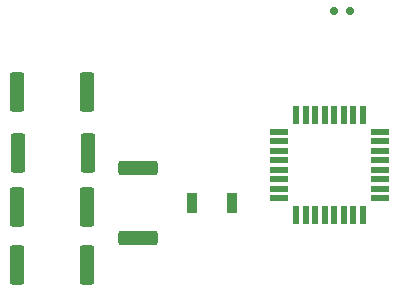
<source format=gbr>
%TF.GenerationSoftware,KiCad,Pcbnew,9.0.0*%
%TF.CreationDate,2025-03-27T13:05:49+05:30*%
%TF.ProjectId,incubator,696e6375-6261-4746-9f72-2e6b69636164,rev?*%
%TF.SameCoordinates,Original*%
%TF.FileFunction,Paste,Top*%
%TF.FilePolarity,Positive*%
%FSLAX46Y46*%
G04 Gerber Fmt 4.6, Leading zero omitted, Abs format (unit mm)*
G04 Created by KiCad (PCBNEW 9.0.0) date 2025-03-27 13:05:49*
%MOMM*%
%LPD*%
G01*
G04 APERTURE LIST*
G04 Aperture macros list*
%AMRoundRect*
0 Rectangle with rounded corners*
0 $1 Rounding radius*
0 $2 $3 $4 $5 $6 $7 $8 $9 X,Y pos of 4 corners*
0 Add a 4 corners polygon primitive as box body*
4,1,4,$2,$3,$4,$5,$6,$7,$8,$9,$2,$3,0*
0 Add four circle primitives for the rounded corners*
1,1,$1+$1,$2,$3*
1,1,$1+$1,$4,$5*
1,1,$1+$1,$6,$7*
1,1,$1+$1,$8,$9*
0 Add four rect primitives between the rounded corners*
20,1,$1+$1,$2,$3,$4,$5,0*
20,1,$1+$1,$4,$5,$6,$7,0*
20,1,$1+$1,$6,$7,$8,$9,0*
20,1,$1+$1,$8,$9,$2,$3,0*%
G04 Aperture macros list end*
%ADD10R,1.600000X0.550000*%
%ADD11R,0.550000X1.600000*%
%ADD12RoundRect,0.250000X-0.362500X-1.425000X0.362500X-1.425000X0.362500X1.425000X-0.362500X1.425000X0*%
%ADD13RoundRect,0.250000X1.425000X-0.362500X1.425000X0.362500X-1.425000X0.362500X-1.425000X-0.362500X0*%
%ADD14RoundRect,0.150000X0.150000X0.200000X-0.150000X0.200000X-0.150000X-0.200000X0.150000X-0.200000X0*%
%ADD15R,0.900000X1.700000*%
G04 APERTURE END LIST*
D10*
%TO.C,U1*%
X100500000Y-85000000D03*
X100500000Y-85800000D03*
X100500000Y-86600000D03*
X100500000Y-87400000D03*
X100500000Y-88200000D03*
X100500000Y-89000000D03*
X100500000Y-89800000D03*
X100500000Y-90600000D03*
D11*
X101950000Y-92050000D03*
X102750000Y-92050000D03*
X103550000Y-92050000D03*
X104350000Y-92050000D03*
X105150000Y-92050000D03*
X105950000Y-92050000D03*
X106750000Y-92050000D03*
X107550000Y-92050000D03*
D10*
X109000000Y-90600000D03*
X109000000Y-89800000D03*
X109000000Y-89000000D03*
X109000000Y-88200000D03*
X109000000Y-87400000D03*
X109000000Y-86600000D03*
X109000000Y-85800000D03*
X109000000Y-85000000D03*
D11*
X107550000Y-83550000D03*
X106750000Y-83550000D03*
X105950000Y-83550000D03*
X105150000Y-83550000D03*
X104350000Y-83550000D03*
X103550000Y-83550000D03*
X102750000Y-83550000D03*
X101950000Y-83550000D03*
%TD*%
D12*
%TO.C,R4*%
X78272500Y-96285000D03*
X84197500Y-96285000D03*
%TD*%
D13*
%TO.C,R5*%
X88500000Y-94000000D03*
X88500000Y-88075000D03*
%TD*%
D12*
%TO.C,R1*%
X78272500Y-81615000D03*
X84197500Y-81615000D03*
%TD*%
D14*
%TO.C,D1*%
X105100000Y-74735000D03*
X106500000Y-74735000D03*
%TD*%
D12*
%TO.C,R3*%
X78272500Y-91395000D03*
X84197500Y-91395000D03*
%TD*%
%TO.C,R2*%
X78340000Y-86770000D03*
X84265000Y-86770000D03*
%TD*%
D15*
%TO.C,SW1*%
X93100000Y-91000000D03*
X96500000Y-91000000D03*
%TD*%
M02*

</source>
